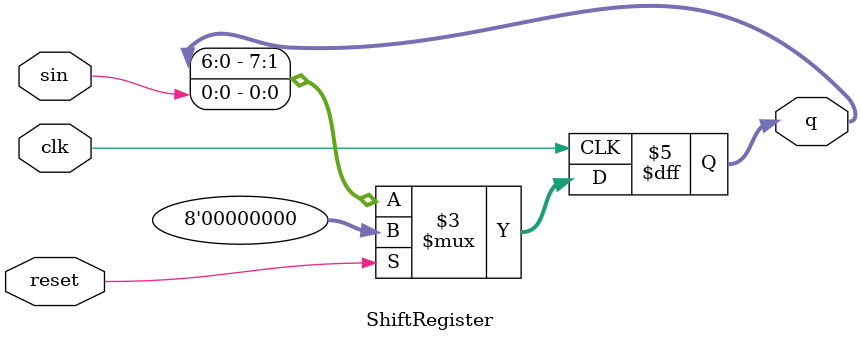
<source format=sv>

module ShiftRegister #(parameter N=8)(
    input logic clk,
    input logic reset,
    input logic sin,
    output logic [N-1:0] q
);

    always_ff @( posedge clk )
        if (reset)
            q <= 0;
        else
            q <= {q[N-2:0], sin};

endmodule

</source>
